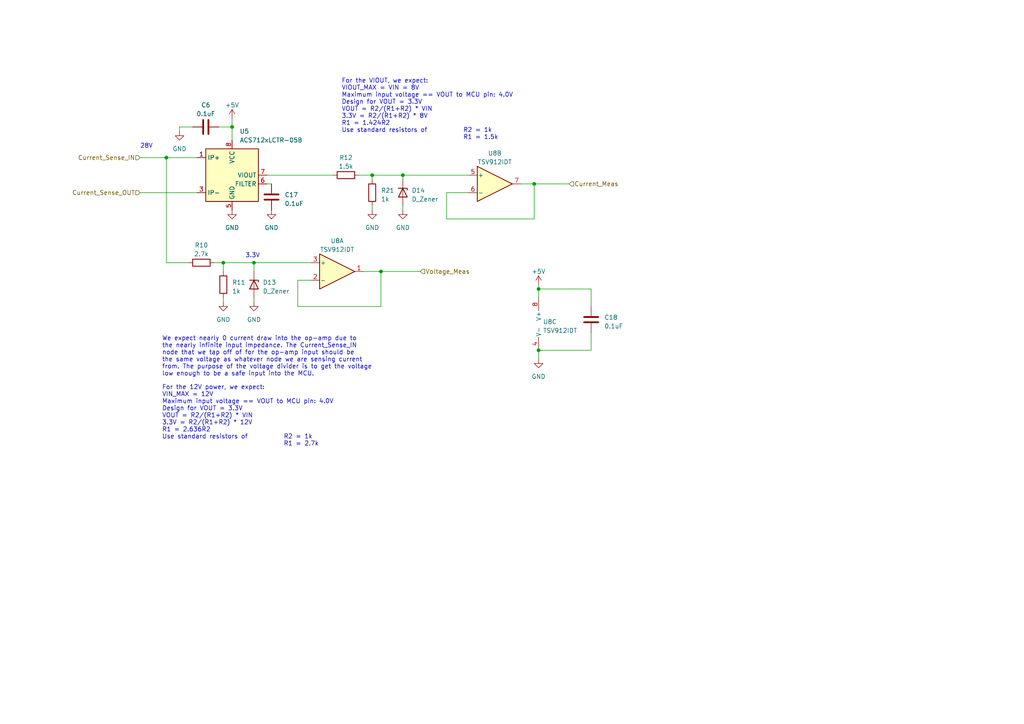
<source format=kicad_sch>
(kicad_sch (version 20230121) (generator eeschema)

  (uuid 36e4511b-3a9f-4266-a928-7b9277025079)

  (paper "A4")

  (lib_symbols
    (symbol "Amplifier_Operational:TSV912IDT" (pin_names (offset 0.127)) (in_bom yes) (on_board yes)
      (property "Reference" "U" (at 0 5.08 0)
        (effects (font (size 1.27 1.27)) (justify left))
      )
      (property "Value" "TSV912IDT" (at 0 -5.08 0)
        (effects (font (size 1.27 1.27)) (justify left))
      )
      (property "Footprint" "" (at 0 0 0)
        (effects (font (size 1.27 1.27)) hide)
      )
      (property "Datasheet" "www.st.com/resource/en/datasheet/tsv911.pdf" (at 0 0 0)
        (effects (font (size 1.27 1.27)) hide)
      )
      (property "ki_locked" "" (at 0 0 0)
        (effects (font (size 1.27 1.27)))
      )
      (property "ki_keywords" "dual opamp" (at 0 0 0)
        (effects (font (size 1.27 1.27)) hide)
      )
      (property "ki_description" "Dual rail-to-rail input/output 8 MHz operational amplifiers, SOIC-8" (at 0 0 0)
        (effects (font (size 1.27 1.27)) hide)
      )
      (property "ki_fp_filters" "SOIC*3.9x4.9mm*P1.27mm* DIP*W7.62mm* TO*99* OnSemi*Micro8* TSSOP*3x3mm*P0.65mm* TSSOP*4.4x3mm*P0.65mm* MSOP*3x3mm*P0.65mm* SSOP*3.9x4.9mm*P0.635mm* LFCSP*2x2mm*P0.5mm* *SIP* SOIC*5.3x6.2mm*P1.27mm*" (at 0 0 0)
        (effects (font (size 1.27 1.27)) hide)
      )
      (symbol "TSV912IDT_1_1"
        (polyline
          (pts
            (xy -5.08 5.08)
            (xy 5.08 0)
            (xy -5.08 -5.08)
            (xy -5.08 5.08)
          )
          (stroke (width 0.254) (type default))
          (fill (type background))
        )
        (pin output line (at 7.62 0 180) (length 2.54)
          (name "~" (effects (font (size 1.27 1.27))))
          (number "1" (effects (font (size 1.27 1.27))))
        )
        (pin input line (at -7.62 -2.54 0) (length 2.54)
          (name "-" (effects (font (size 1.27 1.27))))
          (number "2" (effects (font (size 1.27 1.27))))
        )
        (pin input line (at -7.62 2.54 0) (length 2.54)
          (name "+" (effects (font (size 1.27 1.27))))
          (number "3" (effects (font (size 1.27 1.27))))
        )
      )
      (symbol "TSV912IDT_2_1"
        (polyline
          (pts
            (xy -5.08 5.08)
            (xy 5.08 0)
            (xy -5.08 -5.08)
            (xy -5.08 5.08)
          )
          (stroke (width 0.254) (type default))
          (fill (type background))
        )
        (pin input line (at -7.62 2.54 0) (length 2.54)
          (name "+" (effects (font (size 1.27 1.27))))
          (number "5" (effects (font (size 1.27 1.27))))
        )
        (pin input line (at -7.62 -2.54 0) (length 2.54)
          (name "-" (effects (font (size 1.27 1.27))))
          (number "6" (effects (font (size 1.27 1.27))))
        )
        (pin output line (at 7.62 0 180) (length 2.54)
          (name "~" (effects (font (size 1.27 1.27))))
          (number "7" (effects (font (size 1.27 1.27))))
        )
      )
      (symbol "TSV912IDT_3_1"
        (pin power_in line (at -2.54 -7.62 90) (length 3.81)
          (name "V-" (effects (font (size 1.27 1.27))))
          (number "4" (effects (font (size 1.27 1.27))))
        )
        (pin power_in line (at -2.54 7.62 270) (length 3.81)
          (name "V+" (effects (font (size 1.27 1.27))))
          (number "8" (effects (font (size 1.27 1.27))))
        )
      )
    )
    (symbol "Device:C" (pin_numbers hide) (pin_names (offset 0.254)) (in_bom yes) (on_board yes)
      (property "Reference" "C" (at 0.635 2.54 0)
        (effects (font (size 1.27 1.27)) (justify left))
      )
      (property "Value" "C" (at 0.635 -2.54 0)
        (effects (font (size 1.27 1.27)) (justify left))
      )
      (property "Footprint" "" (at 0.9652 -3.81 0)
        (effects (font (size 1.27 1.27)) hide)
      )
      (property "Datasheet" "~" (at 0 0 0)
        (effects (font (size 1.27 1.27)) hide)
      )
      (property "ki_keywords" "cap capacitor" (at 0 0 0)
        (effects (font (size 1.27 1.27)) hide)
      )
      (property "ki_description" "Unpolarized capacitor" (at 0 0 0)
        (effects (font (size 1.27 1.27)) hide)
      )
      (property "ki_fp_filters" "C_*" (at 0 0 0)
        (effects (font (size 1.27 1.27)) hide)
      )
      (symbol "C_0_1"
        (polyline
          (pts
            (xy -2.032 -0.762)
            (xy 2.032 -0.762)
          )
          (stroke (width 0.508) (type default))
          (fill (type none))
        )
        (polyline
          (pts
            (xy -2.032 0.762)
            (xy 2.032 0.762)
          )
          (stroke (width 0.508) (type default))
          (fill (type none))
        )
      )
      (symbol "C_1_1"
        (pin passive line (at 0 3.81 270) (length 2.794)
          (name "~" (effects (font (size 1.27 1.27))))
          (number "1" (effects (font (size 1.27 1.27))))
        )
        (pin passive line (at 0 -3.81 90) (length 2.794)
          (name "~" (effects (font (size 1.27 1.27))))
          (number "2" (effects (font (size 1.27 1.27))))
        )
      )
    )
    (symbol "Device:D_Zener" (pin_numbers hide) (pin_names (offset 1.016) hide) (in_bom yes) (on_board yes)
      (property "Reference" "D" (at 0 2.54 0)
        (effects (font (size 1.27 1.27)))
      )
      (property "Value" "D_Zener" (at 0 -2.54 0)
        (effects (font (size 1.27 1.27)))
      )
      (property "Footprint" "" (at 0 0 0)
        (effects (font (size 1.27 1.27)) hide)
      )
      (property "Datasheet" "~" (at 0 0 0)
        (effects (font (size 1.27 1.27)) hide)
      )
      (property "ki_keywords" "diode" (at 0 0 0)
        (effects (font (size 1.27 1.27)) hide)
      )
      (property "ki_description" "Zener diode" (at 0 0 0)
        (effects (font (size 1.27 1.27)) hide)
      )
      (property "ki_fp_filters" "TO-???* *_Diode_* *SingleDiode* D_*" (at 0 0 0)
        (effects (font (size 1.27 1.27)) hide)
      )
      (symbol "D_Zener_0_1"
        (polyline
          (pts
            (xy 1.27 0)
            (xy -1.27 0)
          )
          (stroke (width 0) (type default))
          (fill (type none))
        )
        (polyline
          (pts
            (xy -1.27 -1.27)
            (xy -1.27 1.27)
            (xy -0.762 1.27)
          )
          (stroke (width 0.254) (type default))
          (fill (type none))
        )
        (polyline
          (pts
            (xy 1.27 -1.27)
            (xy 1.27 1.27)
            (xy -1.27 0)
            (xy 1.27 -1.27)
          )
          (stroke (width 0.254) (type default))
          (fill (type none))
        )
      )
      (symbol "D_Zener_1_1"
        (pin passive line (at -3.81 0 0) (length 2.54)
          (name "K" (effects (font (size 1.27 1.27))))
          (number "1" (effects (font (size 1.27 1.27))))
        )
        (pin passive line (at 3.81 0 180) (length 2.54)
          (name "A" (effects (font (size 1.27 1.27))))
          (number "2" (effects (font (size 1.27 1.27))))
        )
      )
    )
    (symbol "Device:R" (pin_numbers hide) (pin_names (offset 0)) (in_bom yes) (on_board yes)
      (property "Reference" "R" (at 2.032 0 90)
        (effects (font (size 1.27 1.27)))
      )
      (property "Value" "R" (at 0 0 90)
        (effects (font (size 1.27 1.27)))
      )
      (property "Footprint" "" (at -1.778 0 90)
        (effects (font (size 1.27 1.27)) hide)
      )
      (property "Datasheet" "~" (at 0 0 0)
        (effects (font (size 1.27 1.27)) hide)
      )
      (property "ki_keywords" "R res resistor" (at 0 0 0)
        (effects (font (size 1.27 1.27)) hide)
      )
      (property "ki_description" "Resistor" (at 0 0 0)
        (effects (font (size 1.27 1.27)) hide)
      )
      (property "ki_fp_filters" "R_*" (at 0 0 0)
        (effects (font (size 1.27 1.27)) hide)
      )
      (symbol "R_0_1"
        (rectangle (start -1.016 -2.54) (end 1.016 2.54)
          (stroke (width 0.254) (type default))
          (fill (type none))
        )
      )
      (symbol "R_1_1"
        (pin passive line (at 0 3.81 270) (length 1.27)
          (name "~" (effects (font (size 1.27 1.27))))
          (number "1" (effects (font (size 1.27 1.27))))
        )
        (pin passive line (at 0 -3.81 90) (length 1.27)
          (name "~" (effects (font (size 1.27 1.27))))
          (number "2" (effects (font (size 1.27 1.27))))
        )
      )
    )
    (symbol "Sensor_Current:ACS712xLCTR-05B" (in_bom yes) (on_board yes)
      (property "Reference" "U" (at 2.54 11.43 0)
        (effects (font (size 1.27 1.27)) (justify left))
      )
      (property "Value" "ACS712xLCTR-05B" (at 2.54 8.89 0)
        (effects (font (size 1.27 1.27)) (justify left))
      )
      (property "Footprint" "Package_SO:SOIC-8_3.9x4.9mm_P1.27mm" (at 2.54 -8.89 0)
        (effects (font (size 1.27 1.27) italic) (justify left) hide)
      )
      (property "Datasheet" "http://www.allegromicro.com/~/media/Files/Datasheets/ACS712-Datasheet.ashx?la=en" (at 0 0 0)
        (effects (font (size 1.27 1.27)) hide)
      )
      (property "ki_keywords" "hall effect current monitor sensor isolated" (at 0 0 0)
        (effects (font (size 1.27 1.27)) hide)
      )
      (property "ki_description" "±5A Bidirectional Hall-Effect Current Sensor, +5.0V supply, 185mV/A, SOIC-8" (at 0 0 0)
        (effects (font (size 1.27 1.27)) hide)
      )
      (property "ki_fp_filters" "SOIC*3.9x4.9m*P1.27mm*" (at 0 0 0)
        (effects (font (size 1.27 1.27)) hide)
      )
      (symbol "ACS712xLCTR-05B_0_1"
        (rectangle (start -7.62 7.62) (end 7.62 -7.62)
          (stroke (width 0.254) (type default))
          (fill (type background))
        )
      )
      (symbol "ACS712xLCTR-05B_1_1"
        (pin passive line (at -10.16 5.08 0) (length 2.54)
          (name "IP+" (effects (font (size 1.27 1.27))))
          (number "1" (effects (font (size 1.27 1.27))))
        )
        (pin passive line (at -10.16 5.08 0) (length 2.54) hide
          (name "IP+" (effects (font (size 1.27 1.27))))
          (number "2" (effects (font (size 1.27 1.27))))
        )
        (pin passive line (at -10.16 -5.08 0) (length 2.54)
          (name "IP-" (effects (font (size 1.27 1.27))))
          (number "3" (effects (font (size 1.27 1.27))))
        )
        (pin passive line (at -10.16 -5.08 0) (length 2.54) hide
          (name "IP-" (effects (font (size 1.27 1.27))))
          (number "4" (effects (font (size 1.27 1.27))))
        )
        (pin power_in line (at 0 -10.16 90) (length 2.54)
          (name "GND" (effects (font (size 1.27 1.27))))
          (number "5" (effects (font (size 1.27 1.27))))
        )
        (pin passive line (at 10.16 -2.54 180) (length 2.54)
          (name "FILTER" (effects (font (size 1.27 1.27))))
          (number "6" (effects (font (size 1.27 1.27))))
        )
        (pin output line (at 10.16 0 180) (length 2.54)
          (name "VIOUT" (effects (font (size 1.27 1.27))))
          (number "7" (effects (font (size 1.27 1.27))))
        )
        (pin power_in line (at 0 10.16 270) (length 2.54)
          (name "VCC" (effects (font (size 1.27 1.27))))
          (number "8" (effects (font (size 1.27 1.27))))
        )
      )
    )
    (symbol "power:+5V" (power) (pin_names (offset 0)) (in_bom yes) (on_board yes)
      (property "Reference" "#PWR" (at 0 -3.81 0)
        (effects (font (size 1.27 1.27)) hide)
      )
      (property "Value" "+5V" (at 0 3.556 0)
        (effects (font (size 1.27 1.27)))
      )
      (property "Footprint" "" (at 0 0 0)
        (effects (font (size 1.27 1.27)) hide)
      )
      (property "Datasheet" "" (at 0 0 0)
        (effects (font (size 1.27 1.27)) hide)
      )
      (property "ki_keywords" "global power" (at 0 0 0)
        (effects (font (size 1.27 1.27)) hide)
      )
      (property "ki_description" "Power symbol creates a global label with name \"+5V\"" (at 0 0 0)
        (effects (font (size 1.27 1.27)) hide)
      )
      (symbol "+5V_0_1"
        (polyline
          (pts
            (xy -0.762 1.27)
            (xy 0 2.54)
          )
          (stroke (width 0) (type default))
          (fill (type none))
        )
        (polyline
          (pts
            (xy 0 0)
            (xy 0 2.54)
          )
          (stroke (width 0) (type default))
          (fill (type none))
        )
        (polyline
          (pts
            (xy 0 2.54)
            (xy 0.762 1.27)
          )
          (stroke (width 0) (type default))
          (fill (type none))
        )
      )
      (symbol "+5V_1_1"
        (pin power_in line (at 0 0 90) (length 0) hide
          (name "+5V" (effects (font (size 1.27 1.27))))
          (number "1" (effects (font (size 1.27 1.27))))
        )
      )
    )
    (symbol "power:GND" (power) (pin_names (offset 0)) (in_bom yes) (on_board yes)
      (property "Reference" "#PWR" (at 0 -6.35 0)
        (effects (font (size 1.27 1.27)) hide)
      )
      (property "Value" "GND" (at 0 -3.81 0)
        (effects (font (size 1.27 1.27)))
      )
      (property "Footprint" "" (at 0 0 0)
        (effects (font (size 1.27 1.27)) hide)
      )
      (property "Datasheet" "" (at 0 0 0)
        (effects (font (size 1.27 1.27)) hide)
      )
      (property "ki_keywords" "global power" (at 0 0 0)
        (effects (font (size 1.27 1.27)) hide)
      )
      (property "ki_description" "Power symbol creates a global label with name \"GND\" , ground" (at 0 0 0)
        (effects (font (size 1.27 1.27)) hide)
      )
      (symbol "GND_0_1"
        (polyline
          (pts
            (xy 0 0)
            (xy 0 -1.27)
            (xy 1.27 -1.27)
            (xy 0 -2.54)
            (xy -1.27 -1.27)
            (xy 0 -1.27)
          )
          (stroke (width 0) (type default))
          (fill (type none))
        )
      )
      (symbol "GND_1_1"
        (pin power_in line (at 0 0 270) (length 0) hide
          (name "GND" (effects (font (size 1.27 1.27))))
          (number "1" (effects (font (size 1.27 1.27))))
        )
      )
    )
  )

  (junction (at 156.21 101.6) (diameter 0) (color 0 0 0 0)
    (uuid 20df1fcb-3a14-45b7-a47c-cf496495382c)
  )
  (junction (at 154.94 53.34) (diameter 0) (color 0 0 0 0)
    (uuid 2dbf6508-cfe0-49c1-bf46-259cd6d75868)
  )
  (junction (at 73.66 76.2) (diameter 0) (color 0 0 0 0)
    (uuid 53515953-3188-4a85-90af-83ce02a04b04)
  )
  (junction (at 116.84 50.8) (diameter 0) (color 0 0 0 0)
    (uuid 7a32b4b6-424c-48d4-be62-71f4fc237ad6)
  )
  (junction (at 64.77 76.2) (diameter 0) (color 0 0 0 0)
    (uuid 999c1cc0-beeb-4914-88bb-d0e61edd4268)
  )
  (junction (at 67.31 36.83) (diameter 0) (color 0 0 0 0)
    (uuid ab76c1c3-83c8-4796-b3d6-c4842ad64dc5)
  )
  (junction (at 48.26 45.72) (diameter 0) (color 0 0 0 0)
    (uuid ca246c6e-857f-4eb2-b65e-a525e5e4e5ef)
  )
  (junction (at 156.21 83.82) (diameter 0) (color 0 0 0 0)
    (uuid fbf458f5-6351-4613-9697-2cf1d492f43c)
  )
  (junction (at 110.49 78.74) (diameter 0) (color 0 0 0 0)
    (uuid fd4fddee-636f-4a15-be56-9c7ca387a2f7)
  )
  (junction (at 107.95 50.8) (diameter 0) (color 0 0 0 0)
    (uuid fdf526bb-a717-48be-82cc-8415afe67750)
  )

  (wire (pts (xy 107.95 59.69) (xy 107.95 60.96))
    (stroke (width 0) (type default))
    (uuid 0502a045-407c-45d7-be83-dee61397c849)
  )
  (wire (pts (xy 52.07 36.83) (xy 52.07 38.1))
    (stroke (width 0) (type default))
    (uuid 097202e4-8671-4bd9-a0db-7374997c56c2)
  )
  (wire (pts (xy 67.31 34.29) (xy 67.31 36.83))
    (stroke (width 0) (type default))
    (uuid 0c02d941-5905-4a28-a907-6cc419da6043)
  )
  (wire (pts (xy 55.88 36.83) (xy 52.07 36.83))
    (stroke (width 0) (type default))
    (uuid 0fef7d03-f528-478f-b679-52a08a11b213)
  )
  (wire (pts (xy 64.77 76.2) (xy 73.66 76.2))
    (stroke (width 0) (type default))
    (uuid 159f5b91-43e7-42b0-a2db-e5fb69f95d26)
  )
  (wire (pts (xy 156.21 104.14) (xy 156.21 101.6))
    (stroke (width 0) (type default))
    (uuid 200bf28b-c57e-478a-9875-21ec46d3772e)
  )
  (wire (pts (xy 110.49 78.74) (xy 121.92 78.74))
    (stroke (width 0) (type default))
    (uuid 23107074-736e-45bb-916e-20b1a793515c)
  )
  (wire (pts (xy 48.26 76.2) (xy 54.61 76.2))
    (stroke (width 0) (type default))
    (uuid 2535cc44-9bce-41a5-820e-9a93f556c12e)
  )
  (wire (pts (xy 73.66 86.36) (xy 73.66 87.63))
    (stroke (width 0) (type default))
    (uuid 253c60fd-3210-4d04-a512-e4da23273b9a)
  )
  (wire (pts (xy 86.36 88.9) (xy 110.49 88.9))
    (stroke (width 0) (type default))
    (uuid 2fdc71db-e864-44ae-9511-ce6809700496)
  )
  (wire (pts (xy 116.84 50.8) (xy 135.89 50.8))
    (stroke (width 0) (type default))
    (uuid 3029f9cb-bf02-4f98-9d93-b518eefea4e2)
  )
  (wire (pts (xy 104.14 50.8) (xy 107.95 50.8))
    (stroke (width 0) (type default))
    (uuid 32e60e8a-daab-4292-b342-6efca75d95d5)
  )
  (wire (pts (xy 48.26 45.72) (xy 48.26 76.2))
    (stroke (width 0) (type default))
    (uuid 38fe92e1-b55f-478f-8051-4b5d947277d8)
  )
  (wire (pts (xy 129.54 63.5) (xy 154.94 63.5))
    (stroke (width 0) (type default))
    (uuid 397cba4a-9747-415c-a6ee-6fbae27b1358)
  )
  (wire (pts (xy 116.84 50.8) (xy 116.84 52.07))
    (stroke (width 0) (type default))
    (uuid 3ce652b0-34f7-4ffe-9623-f5881d49ebac)
  )
  (wire (pts (xy 154.94 63.5) (xy 154.94 53.34))
    (stroke (width 0) (type default))
    (uuid 3dbd1f9e-e4da-49f6-9138-dd1988aa46dd)
  )
  (wire (pts (xy 77.47 50.8) (xy 96.52 50.8))
    (stroke (width 0) (type default))
    (uuid 405110ed-bfa8-4fc2-aee6-8308adbc98af)
  )
  (wire (pts (xy 86.36 81.28) (xy 86.36 88.9))
    (stroke (width 0) (type default))
    (uuid 409e3792-3698-4041-a6b6-7619dafc4701)
  )
  (wire (pts (xy 67.31 36.83) (xy 67.31 40.64))
    (stroke (width 0) (type default))
    (uuid 5522176f-1ea2-471a-89a5-38e4e7699c83)
  )
  (wire (pts (xy 64.77 86.36) (xy 64.77 87.63))
    (stroke (width 0) (type default))
    (uuid 59c36ced-caf7-4434-b80a-6754390f3caf)
  )
  (wire (pts (xy 156.21 82.55) (xy 156.21 83.82))
    (stroke (width 0) (type default))
    (uuid 5c6f2ac9-f672-4acf-b730-33792e218ef9)
  )
  (wire (pts (xy 90.17 81.28) (xy 86.36 81.28))
    (stroke (width 0) (type default))
    (uuid 60724f7e-00e6-4974-899f-715ae18a7393)
  )
  (wire (pts (xy 154.94 53.34) (xy 165.1 53.34))
    (stroke (width 0) (type default))
    (uuid 63ef9ec1-62b2-4a5d-92ea-2dc750310ceb)
  )
  (wire (pts (xy 73.66 76.2) (xy 90.17 76.2))
    (stroke (width 0) (type default))
    (uuid 66146043-89e7-4d87-a761-727c2385cf13)
  )
  (wire (pts (xy 156.21 83.82) (xy 171.45 83.82))
    (stroke (width 0) (type default))
    (uuid 6c59257f-153d-4d5e-96c6-fa348bef9087)
  )
  (wire (pts (xy 63.5 36.83) (xy 67.31 36.83))
    (stroke (width 0) (type default))
    (uuid 778eb555-2dec-40d8-aaff-4d5e2eae0fd0)
  )
  (wire (pts (xy 73.66 76.2) (xy 73.66 78.74))
    (stroke (width 0) (type default))
    (uuid 7b47d07e-5b76-4448-ac06-baf954bb806d)
  )
  (wire (pts (xy 156.21 83.82) (xy 156.21 86.36))
    (stroke (width 0) (type default))
    (uuid 8cfbb8e4-c2e1-407f-98e7-f930d1a472a3)
  )
  (wire (pts (xy 48.26 45.72) (xy 57.15 45.72))
    (stroke (width 0) (type default))
    (uuid 9521b1bd-9a47-4662-8abe-42ad69db6718)
  )
  (wire (pts (xy 110.49 78.74) (xy 105.41 78.74))
    (stroke (width 0) (type default))
    (uuid 9700f282-4871-46f6-8ea4-b5c0ce676fd2)
  )
  (wire (pts (xy 171.45 96.52) (xy 171.45 101.6))
    (stroke (width 0) (type default))
    (uuid aed52ebe-fc77-4fb5-a0f6-c173eaa507a1)
  )
  (wire (pts (xy 77.47 53.34) (xy 78.74 53.34))
    (stroke (width 0) (type default))
    (uuid b99d0f48-65d2-4287-beb7-1ccf4b45afff)
  )
  (wire (pts (xy 57.15 55.88) (xy 40.64 55.88))
    (stroke (width 0) (type default))
    (uuid bc95121d-5036-4e73-875e-68ec2601786f)
  )
  (wire (pts (xy 171.45 83.82) (xy 171.45 88.9))
    (stroke (width 0) (type default))
    (uuid c4adb285-b7a2-4565-81b6-81e169729876)
  )
  (wire (pts (xy 107.95 50.8) (xy 107.95 52.07))
    (stroke (width 0) (type default))
    (uuid cb825e7c-bd81-4fa9-b63a-83aa2914755b)
  )
  (wire (pts (xy 116.84 59.69) (xy 116.84 60.96))
    (stroke (width 0) (type default))
    (uuid ccec4dd6-d3d3-4b4a-8214-42b31ba4a6f4)
  )
  (wire (pts (xy 107.95 50.8) (xy 116.84 50.8))
    (stroke (width 0) (type default))
    (uuid cfe3bf68-2c74-4014-b6fb-6a5212008a83)
  )
  (wire (pts (xy 129.54 55.88) (xy 129.54 63.5))
    (stroke (width 0) (type default))
    (uuid d2d3dc2b-a06e-433c-8080-1951f1d8a76a)
  )
  (wire (pts (xy 151.13 53.34) (xy 154.94 53.34))
    (stroke (width 0) (type default))
    (uuid ddafcbb0-c412-4a8c-89a0-f0f74b2faf3f)
  )
  (wire (pts (xy 40.64 45.72) (xy 48.26 45.72))
    (stroke (width 0) (type default))
    (uuid df529086-bc98-47c6-b0b9-dee61766cfc7)
  )
  (wire (pts (xy 135.89 55.88) (xy 129.54 55.88))
    (stroke (width 0) (type default))
    (uuid e31e700a-0349-46d4-946b-ac4fee7b7206)
  )
  (wire (pts (xy 110.49 88.9) (xy 110.49 78.74))
    (stroke (width 0) (type default))
    (uuid e5890a16-3035-46a7-acaf-c6218189ed38)
  )
  (wire (pts (xy 64.77 76.2) (xy 64.77 78.74))
    (stroke (width 0) (type default))
    (uuid e9e6b952-5d4f-4bbf-91ad-81640c91e4d5)
  )
  (wire (pts (xy 62.23 76.2) (xy 64.77 76.2))
    (stroke (width 0) (type default))
    (uuid ec10385f-5da2-4f4a-921f-d8f24d3f1b49)
  )
  (wire (pts (xy 171.45 101.6) (xy 156.21 101.6))
    (stroke (width 0) (type default))
    (uuid fc7b93de-71d6-42bc-a5f3-4baa5b5a09df)
  )

  (text "We expect nearly 0 current draw into the op-amp due to\nthe nearly infinite input impedance. The Current_Sense_IN\nnode that we tap off of for the op-amp input should be\nthe same voltage as whatever node we are sensing current\nfrom. The purpose of the voltage divider is to get the voltage\nlow enough to be a safe input into the MCU."
    (at 46.99 109.22 0)
    (effects (font (size 1.27 1.27)) (justify left bottom))
    (uuid 05aa719e-777b-4a4e-b7a1-330a0414a05a)
  )
  (text "28V" (at 40.64 43.18 0)
    (effects (font (size 1.27 1.27)) (justify left bottom))
    (uuid 8db1e145-0b4a-4b8d-85f2-8dd79c35a473)
  )
  (text "For the 12V power, we expect:\nVIN_MAX = 12V\nMaximum input voltage == VOUT to MCU pin: 4.0V\nDesign for VOUT = 3.3V\nVOUT = R2/(R1+R2) * VIN\n3.3V = R2/(R1+R2) * 12V\nR1 = 2.636R2\nUse standard resistors of 	R2 = 1k\n							R1 = 2.7k"
    (at 46.99 129.54 0)
    (effects (font (size 1.27 1.27)) (justify left bottom))
    (uuid 970d10bc-b3ae-48a9-9bbf-4a38e6119364)
  )
  (text "For the VIOUT, we expect:\nVIOUT_MAX = VIN = 8V\nMaximum input voltage == VOUT to MCU pin: 4.0V\nDesign for VOUT = 3.3V\nVOUT = R2/(R1+R2) * VIN\n3.3V = R2/(R1+R2) * 8V\nR1 = 1.424R2\nUse standard resistors of 	R2 = 1k\n							R1 = 1.5k"
    (at 99.06 40.64 0)
    (effects (font (size 1.27 1.27)) (justify left bottom))
    (uuid 9b176923-bfd7-4eb2-a81b-5a7529abf1ec)
  )
  (text "3.3V" (at 71.12 74.93 0)
    (effects (font (size 1.27 1.27)) (justify left bottom))
    (uuid dbba78b2-f2c1-45f3-8ff4-df21d4dd0b81)
  )

  (hierarchical_label "Current_Sense_IN" (shape input) (at 40.64 45.72 180) (fields_autoplaced)
    (effects (font (size 1.27 1.27)) (justify right))
    (uuid 01ce1eef-80ed-4b31-8cd4-781bbc4ecaeb)
  )
  (hierarchical_label "Current_Sense_OUT" (shape input) (at 40.64 55.88 180) (fields_autoplaced)
    (effects (font (size 1.27 1.27)) (justify right))
    (uuid 4c364785-d09e-4a97-9f7e-dd32d24b9620)
  )
  (hierarchical_label "Voltage_Meas" (shape input) (at 121.92 78.74 0) (fields_autoplaced)
    (effects (font (size 1.27 1.27)) (justify left))
    (uuid 80e9fb6d-0a0e-40e7-803f-639faf39e990)
  )
  (hierarchical_label "Current_Meas" (shape input) (at 165.1 53.34 0) (fields_autoplaced)
    (effects (font (size 1.27 1.27)) (justify left))
    (uuid 8d60ddef-ebb7-48c8-b8f6-9e706af820fb)
  )

  (symbol (lib_id "Device:R") (at 64.77 82.55 180) (unit 1)
    (in_bom yes) (on_board yes) (dnp no) (fields_autoplaced)
    (uuid 057e980e-e6d0-44a9-8fd7-cdaf141d21bd)
    (property "Reference" "R11" (at 67.31 81.915 0)
      (effects (font (size 1.27 1.27)) (justify right))
    )
    (property "Value" "1k" (at 67.31 84.455 0)
      (effects (font (size 1.27 1.27)) (justify right))
    )
    (property "Footprint" "" (at 66.548 82.55 90)
      (effects (font (size 1.27 1.27)) hide)
    )
    (property "Datasheet" "~" (at 64.77 82.55 0)
      (effects (font (size 1.27 1.27)) hide)
    )
    (pin "1" (uuid 651414c2-de82-4054-9ad4-0907e1e4be05))
    (pin "2" (uuid 55e1ebdd-e5c3-4841-a0e7-5de94e6da7c0))
    (instances
      (project "FCBoard"
        (path "/7aefa7f6-8562-49e0-9457-229f56bba97d/5be85d44-b1c4-47a6-b267-9e3b1f3657e3"
          (reference "R11") (unit 1)
        )
        (path "/7aefa7f6-8562-49e0-9457-229f56bba97d/59d9b0c4-d4f4-4be3-8a94-d2e2577f3ec5"
          (reference "R17") (unit 1)
        )
      )
    )
  )

  (symbol (lib_id "power:GND") (at 73.66 87.63 0) (unit 1)
    (in_bom yes) (on_board yes) (dnp no) (fields_autoplaced)
    (uuid 0cfceeff-db72-437a-ad98-d550c2770178)
    (property "Reference" "#PWR063" (at 73.66 93.98 0)
      (effects (font (size 1.27 1.27)) hide)
    )
    (property "Value" "GND" (at 73.66 92.71 0)
      (effects (font (size 1.27 1.27)))
    )
    (property "Footprint" "" (at 73.66 87.63 0)
      (effects (font (size 1.27 1.27)) hide)
    )
    (property "Datasheet" "" (at 73.66 87.63 0)
      (effects (font (size 1.27 1.27)) hide)
    )
    (pin "1" (uuid 3a22c086-33b7-4d3f-9fb3-5055de302886))
    (instances
      (project "FCBoard"
        (path "/7aefa7f6-8562-49e0-9457-229f56bba97d/5be85d44-b1c4-47a6-b267-9e3b1f3657e3"
          (reference "#PWR063") (unit 1)
        )
        (path "/7aefa7f6-8562-49e0-9457-229f56bba97d/59d9b0c4-d4f4-4be3-8a94-d2e2577f3ec5"
          (reference "#PWR039") (unit 1)
        )
      )
    )
  )

  (symbol (lib_id "Device:C") (at 59.69 36.83 90) (unit 1)
    (in_bom yes) (on_board yes) (dnp no) (fields_autoplaced)
    (uuid 1b5a9dc4-74d6-46af-be91-2e24bf7a0ca9)
    (property "Reference" "C6" (at 59.69 30.48 90)
      (effects (font (size 1.27 1.27)))
    )
    (property "Value" "0.1uF" (at 59.69 33.02 90)
      (effects (font (size 1.27 1.27)))
    )
    (property "Footprint" "" (at 63.5 35.8648 0)
      (effects (font (size 1.27 1.27)) hide)
    )
    (property "Datasheet" "~" (at 59.69 36.83 0)
      (effects (font (size 1.27 1.27)) hide)
    )
    (pin "1" (uuid b2848e81-25e4-4eee-b386-caf067863d05))
    (pin "2" (uuid d0a7a975-17d4-425c-a99a-ea29fb87757c))
    (instances
      (project "FCBoard"
        (path "/7aefa7f6-8562-49e0-9457-229f56bba97d/5be85d44-b1c4-47a6-b267-9e3b1f3657e3"
          (reference "C6") (unit 1)
        )
        (path "/7aefa7f6-8562-49e0-9457-229f56bba97d/59d9b0c4-d4f4-4be3-8a94-d2e2577f3ec5"
          (reference "C21") (unit 1)
        )
      )
    )
  )

  (symbol (lib_id "Amplifier_Operational:TSV912IDT") (at 143.51 53.34 0) (unit 2)
    (in_bom yes) (on_board yes) (dnp no) (fields_autoplaced)
    (uuid 20f2c5ca-a0cb-48cf-9cc5-8ec209dfa75e)
    (property "Reference" "U8" (at 143.51 44.45 0)
      (effects (font (size 1.27 1.27)))
    )
    (property "Value" "TSV912IDT" (at 143.51 46.99 0)
      (effects (font (size 1.27 1.27)))
    )
    (property "Footprint" "" (at 143.51 53.34 0)
      (effects (font (size 1.27 1.27)) hide)
    )
    (property "Datasheet" "www.st.com/resource/en/datasheet/tsv911.pdf" (at 143.51 53.34 0)
      (effects (font (size 1.27 1.27)) hide)
    )
    (pin "1" (uuid fe06a093-9e52-423b-8ff4-5d2e5d467d16))
    (pin "2" (uuid ea817e6c-df27-4143-8d61-5d9ee8410d07))
    (pin "3" (uuid 72e84345-c818-4323-9aad-de016ee90159))
    (pin "5" (uuid 7ef2eea8-50da-4eea-9dc6-4a2b0728b1c2))
    (pin "6" (uuid 8e0cf594-334c-4ef1-b45a-9e74c879f331))
    (pin "7" (uuid cbe7fe8a-3b76-4c23-be6b-c94bb31c2373))
    (pin "4" (uuid 25094b82-6936-40a7-a33d-5d4745eed8f3))
    (pin "8" (uuid a7b286da-8263-494e-9752-fc1828cb1a37))
    (instances
      (project "FCBoard"
        (path "/7aefa7f6-8562-49e0-9457-229f56bba97d/5be85d44-b1c4-47a6-b267-9e3b1f3657e3"
          (reference "U8") (unit 2)
        )
      )
    )
  )

  (symbol (lib_id "Amplifier_Operational:TSV912IDT") (at 158.75 93.98 0) (unit 3)
    (in_bom yes) (on_board yes) (dnp no) (fields_autoplaced)
    (uuid 2607cff0-85b2-4890-908d-d078ac786c58)
    (property "Reference" "U8" (at 157.48 93.345 0)
      (effects (font (size 1.27 1.27)) (justify left))
    )
    (property "Value" "TSV912IDT" (at 157.48 95.885 0)
      (effects (font (size 1.27 1.27)) (justify left))
    )
    (property "Footprint" "" (at 158.75 93.98 0)
      (effects (font (size 1.27 1.27)) hide)
    )
    (property "Datasheet" "www.st.com/resource/en/datasheet/tsv911.pdf" (at 158.75 93.98 0)
      (effects (font (size 1.27 1.27)) hide)
    )
    (pin "1" (uuid 4a6e91c3-0117-4680-b7c4-f4c717b6f897))
    (pin "2" (uuid 3bd031d1-b453-47d4-913e-ce8644b644a5))
    (pin "3" (uuid b81bf2c4-fe21-48c7-857c-1828bb1b2e9d))
    (pin "5" (uuid ac921d92-fa7a-4c06-a82b-fb34ee84507d))
    (pin "6" (uuid 37523199-a514-4be7-b196-391e228c62d5))
    (pin "7" (uuid 056bd1ce-d72e-44c3-af42-da1cad9ca523))
    (pin "4" (uuid 7a8c205a-e1ef-4d86-ade9-5404dd118783))
    (pin "8" (uuid cc576100-b381-41d7-9da7-37f39e0d3759))
    (instances
      (project "FCBoard"
        (path "/7aefa7f6-8562-49e0-9457-229f56bba97d/5be85d44-b1c4-47a6-b267-9e3b1f3657e3"
          (reference "U8") (unit 3)
        )
      )
    )
  )

  (symbol (lib_id "Amplifier_Operational:TSV912IDT") (at 97.79 78.74 0) (unit 1)
    (in_bom yes) (on_board yes) (dnp no)
    (uuid 36ee74f8-c26c-4d88-8f89-c57061dd346d)
    (property "Reference" "U8" (at 97.79 69.85 0)
      (effects (font (size 1.27 1.27)))
    )
    (property "Value" "TSV912IDT" (at 97.79 72.39 0)
      (effects (font (size 1.27 1.27)))
    )
    (property "Footprint" "" (at 97.79 78.74 0)
      (effects (font (size 1.27 1.27)) hide)
    )
    (property "Datasheet" "www.st.com/resource/en/datasheet/tsv911.pdf" (at 97.79 78.74 0)
      (effects (font (size 1.27 1.27)) hide)
    )
    (pin "1" (uuid 6bba95a3-e577-4686-86f6-7ba78ce7bbee))
    (pin "2" (uuid 17f9c0f3-b41b-4bab-85e7-e4945bfcb9d3))
    (pin "3" (uuid b5a42231-0977-4112-9e15-ad2a2a0bc7ca))
    (pin "5" (uuid 0fceb3a2-bd81-4a92-acfa-051ebd69306f))
    (pin "6" (uuid d1b61b90-ead3-441a-a790-bc67345cd5f2))
    (pin "7" (uuid adec53e0-5327-4e1d-ba5b-f8fd678e3709))
    (pin "4" (uuid 29129ae5-6f1d-45f1-97a4-35466fa2c7d9))
    (pin "8" (uuid 74dd7348-1a98-4eab-b44d-89428b6f23ee))
    (instances
      (project "FCBoard"
        (path "/7aefa7f6-8562-49e0-9457-229f56bba97d/5be85d44-b1c4-47a6-b267-9e3b1f3657e3"
          (reference "U8") (unit 1)
        )
        (path "/7aefa7f6-8562-49e0-9457-229f56bba97d/59d9b0c4-d4f4-4be3-8a94-d2e2577f3ec5"
          (reference "U12") (unit 1)
        )
      )
    )
  )

  (symbol (lib_id "power:GND") (at 67.31 60.96 0) (unit 1)
    (in_bom yes) (on_board yes) (dnp no) (fields_autoplaced)
    (uuid 4abb253c-b457-46ef-88da-8815c9ab66c1)
    (property "Reference" "#PWR062" (at 67.31 67.31 0)
      (effects (font (size 1.27 1.27)) hide)
    )
    (property "Value" "GND" (at 67.31 66.04 0)
      (effects (font (size 1.27 1.27)))
    )
    (property "Footprint" "" (at 67.31 60.96 0)
      (effects (font (size 1.27 1.27)) hide)
    )
    (property "Datasheet" "" (at 67.31 60.96 0)
      (effects (font (size 1.27 1.27)) hide)
    )
    (pin "1" (uuid 4c960aab-c64b-49a9-a2de-94ae901c6e54))
    (instances
      (project "FCBoard"
        (path "/7aefa7f6-8562-49e0-9457-229f56bba97d/5be85d44-b1c4-47a6-b267-9e3b1f3657e3"
          (reference "#PWR062") (unit 1)
        )
        (path "/7aefa7f6-8562-49e0-9457-229f56bba97d/59d9b0c4-d4f4-4be3-8a94-d2e2577f3ec5"
          (reference "#PWR037") (unit 1)
        )
      )
    )
  )

  (symbol (lib_id "Device:R") (at 107.95 55.88 180) (unit 1)
    (in_bom yes) (on_board yes) (dnp no) (fields_autoplaced)
    (uuid 62db3aa9-da54-494a-8dc2-b08ac2e9ab48)
    (property "Reference" "R21" (at 110.49 55.245 0)
      (effects (font (size 1.27 1.27)) (justify right))
    )
    (property "Value" "1k" (at 110.49 57.785 0)
      (effects (font (size 1.27 1.27)) (justify right))
    )
    (property "Footprint" "" (at 109.728 55.88 90)
      (effects (font (size 1.27 1.27)) hide)
    )
    (property "Datasheet" "~" (at 107.95 55.88 0)
      (effects (font (size 1.27 1.27)) hide)
    )
    (pin "1" (uuid 6f2f6fdb-222a-4afb-b5d3-c145875c5665))
    (pin "2" (uuid a5aa209e-6582-4b8a-bc6f-21e786b5d4dd))
    (instances
      (project "FCBoard"
        (path "/7aefa7f6-8562-49e0-9457-229f56bba97d/5be85d44-b1c4-47a6-b267-9e3b1f3657e3"
          (reference "R21") (unit 1)
        )
        (path "/7aefa7f6-8562-49e0-9457-229f56bba97d/59d9b0c4-d4f4-4be3-8a94-d2e2577f3ec5"
          (reference "R17") (unit 1)
        )
      )
    )
  )

  (symbol (lib_id "Device:C") (at 78.74 57.15 180) (unit 1)
    (in_bom yes) (on_board yes) (dnp no)
    (uuid 6aa4fc6e-210d-4cd4-992c-ff546ab3cc88)
    (property "Reference" "C17" (at 82.55 56.515 0)
      (effects (font (size 1.27 1.27)) (justify right))
    )
    (property "Value" "0.1uF" (at 82.55 59.055 0)
      (effects (font (size 1.27 1.27)) (justify right))
    )
    (property "Footprint" "" (at 77.7748 53.34 0)
      (effects (font (size 1.27 1.27)) hide)
    )
    (property "Datasheet" "~" (at 78.74 57.15 0)
      (effects (font (size 1.27 1.27)) hide)
    )
    (pin "1" (uuid 5a7fe185-7074-4356-a8c4-5236792b5189))
    (pin "2" (uuid 5fd4e0d9-856b-4ae2-b74c-aa85153ad81b))
    (instances
      (project "FCBoard"
        (path "/7aefa7f6-8562-49e0-9457-229f56bba97d/5be85d44-b1c4-47a6-b267-9e3b1f3657e3"
          (reference "C17") (unit 1)
        )
        (path "/7aefa7f6-8562-49e0-9457-229f56bba97d/59d9b0c4-d4f4-4be3-8a94-d2e2577f3ec5"
          (reference "C21") (unit 1)
        )
      )
    )
  )

  (symbol (lib_id "power:GND") (at 52.07 38.1 0) (unit 1)
    (in_bom yes) (on_board yes) (dnp no) (fields_autoplaced)
    (uuid 7b796f82-3812-452b-ae98-8c199f7b2ae5)
    (property "Reference" "#PWR023" (at 52.07 44.45 0)
      (effects (font (size 1.27 1.27)) hide)
    )
    (property "Value" "GND" (at 52.07 43.18 0)
      (effects (font (size 1.27 1.27)))
    )
    (property "Footprint" "" (at 52.07 38.1 0)
      (effects (font (size 1.27 1.27)) hide)
    )
    (property "Datasheet" "" (at 52.07 38.1 0)
      (effects (font (size 1.27 1.27)) hide)
    )
    (pin "1" (uuid 032f4def-3ae2-496b-a371-fd5a9d9efa80))
    (instances
      (project "FCBoard"
        (path "/7aefa7f6-8562-49e0-9457-229f56bba97d/5be85d44-b1c4-47a6-b267-9e3b1f3657e3"
          (reference "#PWR023") (unit 1)
        )
        (path "/7aefa7f6-8562-49e0-9457-229f56bba97d/59d9b0c4-d4f4-4be3-8a94-d2e2577f3ec5"
          (reference "#PWR035") (unit 1)
        )
      )
    )
  )

  (symbol (lib_id "power:GND") (at 107.95 60.96 0) (unit 1)
    (in_bom yes) (on_board yes) (dnp no) (fields_autoplaced)
    (uuid 8689114c-6ffc-4e2c-9dd1-c871f141940e)
    (property "Reference" "#PWR065" (at 107.95 67.31 0)
      (effects (font (size 1.27 1.27)) hide)
    )
    (property "Value" "GND" (at 107.95 66.04 0)
      (effects (font (size 1.27 1.27)))
    )
    (property "Footprint" "" (at 107.95 60.96 0)
      (effects (font (size 1.27 1.27)) hide)
    )
    (property "Datasheet" "" (at 107.95 60.96 0)
      (effects (font (size 1.27 1.27)) hide)
    )
    (pin "1" (uuid 4c6b004c-27e2-4817-9035-65f9d860c246))
    (instances
      (project "FCBoard"
        (path "/7aefa7f6-8562-49e0-9457-229f56bba97d/5be85d44-b1c4-47a6-b267-9e3b1f3657e3"
          (reference "#PWR065") (unit 1)
        )
        (path "/7aefa7f6-8562-49e0-9457-229f56bba97d/59d9b0c4-d4f4-4be3-8a94-d2e2577f3ec5"
          (reference "#PWR038") (unit 1)
        )
      )
    )
  )

  (symbol (lib_id "Device:R") (at 58.42 76.2 90) (unit 1)
    (in_bom yes) (on_board yes) (dnp no) (fields_autoplaced)
    (uuid 874b4154-bd88-4e4a-80b7-97432740143a)
    (property "Reference" "R10" (at 58.42 71.12 90)
      (effects (font (size 1.27 1.27)))
    )
    (property "Value" "2.7k" (at 58.42 73.66 90)
      (effects (font (size 1.27 1.27)))
    )
    (property "Footprint" "" (at 58.42 77.978 90)
      (effects (font (size 1.27 1.27)) hide)
    )
    (property "Datasheet" "~" (at 58.42 76.2 0)
      (effects (font (size 1.27 1.27)) hide)
    )
    (pin "1" (uuid d8888c23-b169-4b3b-ae5c-0ce36b27e420))
    (pin "2" (uuid 8985f482-30f9-4194-8d43-6c449b71d65f))
    (instances
      (project "FCBoard"
        (path "/7aefa7f6-8562-49e0-9457-229f56bba97d/5be85d44-b1c4-47a6-b267-9e3b1f3657e3"
          (reference "R10") (unit 1)
        )
        (path "/7aefa7f6-8562-49e0-9457-229f56bba97d/59d9b0c4-d4f4-4be3-8a94-d2e2577f3ec5"
          (reference "R18") (unit 1)
        )
      )
    )
  )

  (symbol (lib_id "power:GND") (at 78.74 60.96 0) (unit 1)
    (in_bom yes) (on_board yes) (dnp no) (fields_autoplaced)
    (uuid 92ad6265-86ee-45c9-9cbd-3c8afd0f8814)
    (property "Reference" "#PWR064" (at 78.74 67.31 0)
      (effects (font (size 1.27 1.27)) hide)
    )
    (property "Value" "GND" (at 78.74 66.04 0)
      (effects (font (size 1.27 1.27)))
    )
    (property "Footprint" "" (at 78.74 60.96 0)
      (effects (font (size 1.27 1.27)) hide)
    )
    (property "Datasheet" "" (at 78.74 60.96 0)
      (effects (font (size 1.27 1.27)) hide)
    )
    (pin "1" (uuid 97bd4394-dc28-46b9-99b3-5c76491ec965))
    (instances
      (project "FCBoard"
        (path "/7aefa7f6-8562-49e0-9457-229f56bba97d/5be85d44-b1c4-47a6-b267-9e3b1f3657e3"
          (reference "#PWR064") (unit 1)
        )
        (path "/7aefa7f6-8562-49e0-9457-229f56bba97d/59d9b0c4-d4f4-4be3-8a94-d2e2577f3ec5"
          (reference "#PWR038") (unit 1)
        )
      )
    )
  )

  (symbol (lib_id "power:GND") (at 64.77 87.63 0) (unit 1)
    (in_bom yes) (on_board yes) (dnp no) (fields_autoplaced)
    (uuid 9848e3e8-8785-4161-8162-7f0aa63931d1)
    (property "Reference" "#PWR024" (at 64.77 93.98 0)
      (effects (font (size 1.27 1.27)) hide)
    )
    (property "Value" "GND" (at 64.77 92.71 0)
      (effects (font (size 1.27 1.27)))
    )
    (property "Footprint" "" (at 64.77 87.63 0)
      (effects (font (size 1.27 1.27)) hide)
    )
    (property "Datasheet" "" (at 64.77 87.63 0)
      (effects (font (size 1.27 1.27)) hide)
    )
    (pin "1" (uuid a35161ef-975f-4f64-948a-507a721dbfae))
    (instances
      (project "FCBoard"
        (path "/7aefa7f6-8562-49e0-9457-229f56bba97d/5be85d44-b1c4-47a6-b267-9e3b1f3657e3"
          (reference "#PWR024") (unit 1)
        )
        (path "/7aefa7f6-8562-49e0-9457-229f56bba97d/59d9b0c4-d4f4-4be3-8a94-d2e2577f3ec5"
          (reference "#PWR038") (unit 1)
        )
      )
    )
  )

  (symbol (lib_id "Device:R") (at 100.33 50.8 90) (unit 1)
    (in_bom yes) (on_board yes) (dnp no) (fields_autoplaced)
    (uuid 9f50a6e2-24b2-4234-bdb6-e55f31ac7480)
    (property "Reference" "R12" (at 100.33 45.72 90)
      (effects (font (size 1.27 1.27)))
    )
    (property "Value" "1.5k" (at 100.33 48.26 90)
      (effects (font (size 1.27 1.27)))
    )
    (property "Footprint" "" (at 100.33 52.578 90)
      (effects (font (size 1.27 1.27)) hide)
    )
    (property "Datasheet" "~" (at 100.33 50.8 0)
      (effects (font (size 1.27 1.27)) hide)
    )
    (pin "1" (uuid acebca0e-9cfa-4aa0-97f1-8390995e356f))
    (pin "2" (uuid 188187db-c5d2-4091-a7eb-53f2872be328))
    (instances
      (project "FCBoard"
        (path "/7aefa7f6-8562-49e0-9457-229f56bba97d/5be85d44-b1c4-47a6-b267-9e3b1f3657e3"
          (reference "R12") (unit 1)
        )
        (path "/7aefa7f6-8562-49e0-9457-229f56bba97d/59d9b0c4-d4f4-4be3-8a94-d2e2577f3ec5"
          (reference "R18") (unit 1)
        )
      )
    )
  )

  (symbol (lib_id "Device:D_Zener") (at 116.84 55.88 270) (unit 1)
    (in_bom yes) (on_board yes) (dnp no) (fields_autoplaced)
    (uuid a1514eec-925d-47eb-9a38-b4fbf31bf1ca)
    (property "Reference" "D14" (at 119.38 55.245 90)
      (effects (font (size 1.27 1.27)) (justify left))
    )
    (property "Value" "D_Zener" (at 119.38 57.785 90)
      (effects (font (size 1.27 1.27)) (justify left))
    )
    (property "Footprint" "" (at 116.84 55.88 0)
      (effects (font (size 1.27 1.27)) hide)
    )
    (property "Datasheet" "~" (at 116.84 55.88 0)
      (effects (font (size 1.27 1.27)) hide)
    )
    (pin "1" (uuid cdf352aa-b12c-45b8-82b3-5a960a5b2383))
    (pin "2" (uuid d180e9f3-d80a-4a1b-b0b8-100d5de12dc0))
    (instances
      (project "FCBoard"
        (path "/7aefa7f6-8562-49e0-9457-229f56bba97d/5be85d44-b1c4-47a6-b267-9e3b1f3657e3"
          (reference "D14") (unit 1)
        )
        (path "/7aefa7f6-8562-49e0-9457-229f56bba97d/59d9b0c4-d4f4-4be3-8a94-d2e2577f3ec5"
          (reference "D18") (unit 1)
        )
      )
    )
  )

  (symbol (lib_id "Sensor_Current:ACS712xLCTR-05B") (at 67.31 50.8 0) (unit 1)
    (in_bom yes) (on_board yes) (dnp no) (fields_autoplaced)
    (uuid a26a2f88-7dfc-4253-9194-0270949950a5)
    (property "Reference" "U5" (at 69.5041 38.1 0)
      (effects (font (size 1.27 1.27)) (justify left))
    )
    (property "Value" "ACS712xLCTR-05B" (at 69.5041 40.64 0)
      (effects (font (size 1.27 1.27)) (justify left))
    )
    (property "Footprint" "Package_SO:SOIC-8_3.9x4.9mm_P1.27mm" (at 69.85 59.69 0)
      (effects (font (size 1.27 1.27) italic) (justify left) hide)
    )
    (property "Datasheet" "http://www.allegromicro.com/~/media/Files/Datasheets/ACS712-Datasheet.ashx?la=en" (at 67.31 50.8 0)
      (effects (font (size 1.27 1.27)) hide)
    )
    (pin "1" (uuid 15a21477-d66b-48e0-9c05-4de100659f42))
    (pin "2" (uuid 020e177b-b3a5-4159-8bf2-47744c9c1c26))
    (pin "3" (uuid 02d1ebd5-9c34-40b0-8660-f3da9a4c18b4))
    (pin "4" (uuid d63e84d4-f5f5-439c-89bb-7db6f7436c19))
    (pin "5" (uuid 89de4ed6-735a-47f9-ad28-c18875b32a12))
    (pin "6" (uuid 1196b2c8-e1e9-45c4-84bb-4ae16e973125))
    (pin "7" (uuid d6ed9c64-a864-4b07-8d95-bbfdc4460d4c))
    (pin "8" (uuid 52e6a948-429b-4b99-95fb-f3d961e0e229))
    (instances
      (project "FCBoard"
        (path "/7aefa7f6-8562-49e0-9457-229f56bba97d"
          (reference "U5") (unit 1)
        )
        (path "/7aefa7f6-8562-49e0-9457-229f56bba97d/5be85d44-b1c4-47a6-b267-9e3b1f3657e3"
          (reference "U6") (unit 1)
        )
      )
    )
  )

  (symbol (lib_id "power:+5V") (at 156.21 82.55 0) (unit 1)
    (in_bom yes) (on_board yes) (dnp no) (fields_autoplaced)
    (uuid bf39eb8a-5644-4dfc-8956-4cf94e4e4057)
    (property "Reference" "#PWR067" (at 156.21 86.36 0)
      (effects (font (size 1.27 1.27)) hide)
    )
    (property "Value" "+5V" (at 156.21 78.74 0)
      (effects (font (size 1.27 1.27)))
    )
    (property "Footprint" "" (at 156.21 82.55 0)
      (effects (font (size 1.27 1.27)) hide)
    )
    (property "Datasheet" "" (at 156.21 82.55 0)
      (effects (font (size 1.27 1.27)) hide)
    )
    (pin "1" (uuid e902bcdf-a916-4bb1-91c6-c5f18e00cbb0))
    (instances
      (project "FCBoard"
        (path "/7aefa7f6-8562-49e0-9457-229f56bba97d/5be85d44-b1c4-47a6-b267-9e3b1f3657e3"
          (reference "#PWR067") (unit 1)
        )
        (path "/7aefa7f6-8562-49e0-9457-229f56bba97d/59d9b0c4-d4f4-4be3-8a94-d2e2577f3ec5"
          (reference "#PWR036") (unit 1)
        )
      )
    )
  )

  (symbol (lib_id "Device:C") (at 171.45 92.71 180) (unit 1)
    (in_bom yes) (on_board yes) (dnp no) (fields_autoplaced)
    (uuid c581c678-03fc-4116-982b-ed775b23c82f)
    (property "Reference" "C18" (at 175.26 92.075 0)
      (effects (font (size 1.27 1.27)) (justify right))
    )
    (property "Value" "0.1uF" (at 175.26 94.615 0)
      (effects (font (size 1.27 1.27)) (justify right))
    )
    (property "Footprint" "" (at 170.4848 88.9 0)
      (effects (font (size 1.27 1.27)) hide)
    )
    (property "Datasheet" "~" (at 171.45 92.71 0)
      (effects (font (size 1.27 1.27)) hide)
    )
    (pin "1" (uuid 20f227ef-cef0-4210-951f-27ebf821065a))
    (pin "2" (uuid d6f18bb4-a489-4083-a0ce-2bc53cddb183))
    (instances
      (project "FCBoard"
        (path "/7aefa7f6-8562-49e0-9457-229f56bba97d/5be85d44-b1c4-47a6-b267-9e3b1f3657e3"
          (reference "C18") (unit 1)
        )
        (path "/7aefa7f6-8562-49e0-9457-229f56bba97d/59d9b0c4-d4f4-4be3-8a94-d2e2577f3ec5"
          (reference "C21") (unit 1)
        )
      )
    )
  )

  (symbol (lib_id "power:GND") (at 116.84 60.96 0) (unit 1)
    (in_bom yes) (on_board yes) (dnp no) (fields_autoplaced)
    (uuid d0c0b296-4dc8-43c8-acdd-b532aab54782)
    (property "Reference" "#PWR066" (at 116.84 67.31 0)
      (effects (font (size 1.27 1.27)) hide)
    )
    (property "Value" "GND" (at 116.84 66.04 0)
      (effects (font (size 1.27 1.27)))
    )
    (property "Footprint" "" (at 116.84 60.96 0)
      (effects (font (size 1.27 1.27)) hide)
    )
    (property "Datasheet" "" (at 116.84 60.96 0)
      (effects (font (size 1.27 1.27)) hide)
    )
    (pin "1" (uuid 0982b2f2-0a7b-4ba0-98e1-7f71ef1f810f))
    (instances
      (project "FCBoard"
        (path "/7aefa7f6-8562-49e0-9457-229f56bba97d/5be85d44-b1c4-47a6-b267-9e3b1f3657e3"
          (reference "#PWR066") (unit 1)
        )
        (path "/7aefa7f6-8562-49e0-9457-229f56bba97d/59d9b0c4-d4f4-4be3-8a94-d2e2577f3ec5"
          (reference "#PWR038") (unit 1)
        )
      )
    )
  )

  (symbol (lib_id "power:GND") (at 156.21 104.14 0) (unit 1)
    (in_bom yes) (on_board yes) (dnp no) (fields_autoplaced)
    (uuid d9058c02-e007-4566-afea-4e33016a59eb)
    (property "Reference" "#PWR068" (at 156.21 110.49 0)
      (effects (font (size 1.27 1.27)) hide)
    )
    (property "Value" "GND" (at 156.21 109.22 0)
      (effects (font (size 1.27 1.27)))
    )
    (property "Footprint" "" (at 156.21 104.14 0)
      (effects (font (size 1.27 1.27)) hide)
    )
    (property "Datasheet" "" (at 156.21 104.14 0)
      (effects (font (size 1.27 1.27)) hide)
    )
    (pin "1" (uuid 3b7c2a5b-3155-4353-abcd-855d784eafc8))
    (instances
      (project "FCBoard"
        (path "/7aefa7f6-8562-49e0-9457-229f56bba97d/5be85d44-b1c4-47a6-b267-9e3b1f3657e3"
          (reference "#PWR068") (unit 1)
        )
        (path "/7aefa7f6-8562-49e0-9457-229f56bba97d/59d9b0c4-d4f4-4be3-8a94-d2e2577f3ec5"
          (reference "#PWR039") (unit 1)
        )
      )
    )
  )

  (symbol (lib_id "Device:D_Zener") (at 73.66 82.55 270) (unit 1)
    (in_bom yes) (on_board yes) (dnp no) (fields_autoplaced)
    (uuid f91eed86-6fc1-4e51-b6f7-a773aeabdac3)
    (property "Reference" "D13" (at 76.2 81.915 90)
      (effects (font (size 1.27 1.27)) (justify left))
    )
    (property "Value" "D_Zener" (at 76.2 84.455 90)
      (effects (font (size 1.27 1.27)) (justify left))
    )
    (property "Footprint" "" (at 73.66 82.55 0)
      (effects (font (size 1.27 1.27)) hide)
    )
    (property "Datasheet" "~" (at 73.66 82.55 0)
      (effects (font (size 1.27 1.27)) hide)
    )
    (pin "1" (uuid 11688acd-77d1-4ed6-b4f6-10c65eb15d7c))
    (pin "2" (uuid fb845af5-7d1a-467c-9d85-f72153d5e040))
    (instances
      (project "FCBoard"
        (path "/7aefa7f6-8562-49e0-9457-229f56bba97d/5be85d44-b1c4-47a6-b267-9e3b1f3657e3"
          (reference "D13") (unit 1)
        )
        (path "/7aefa7f6-8562-49e0-9457-229f56bba97d/59d9b0c4-d4f4-4be3-8a94-d2e2577f3ec5"
          (reference "D18") (unit 1)
        )
      )
    )
  )

  (symbol (lib_id "power:+5V") (at 67.31 34.29 0) (unit 1)
    (in_bom yes) (on_board yes) (dnp no) (fields_autoplaced)
    (uuid fda83d18-9d4d-4955-a4a4-6558a661b971)
    (property "Reference" "#PWR053" (at 67.31 38.1 0)
      (effects (font (size 1.27 1.27)) hide)
    )
    (property "Value" "+5V" (at 67.31 30.48 0)
      (effects (font (size 1.27 1.27)))
    )
    (property "Footprint" "" (at 67.31 34.29 0)
      (effects (font (size 1.27 1.27)) hide)
    )
    (property "Datasheet" "" (at 67.31 34.29 0)
      (effects (font (size 1.27 1.27)) hide)
    )
    (pin "1" (uuid f2c77d1e-357e-4376-9197-fd3952201208))
    (instances
      (project "FCBoard"
        (path "/7aefa7f6-8562-49e0-9457-229f56bba97d/5be85d44-b1c4-47a6-b267-9e3b1f3657e3"
          (reference "#PWR053") (unit 1)
        )
        (path "/7aefa7f6-8562-49e0-9457-229f56bba97d/59d9b0c4-d4f4-4be3-8a94-d2e2577f3ec5"
          (reference "#PWR036") (unit 1)
        )
      )
    )
  )
)

</source>
